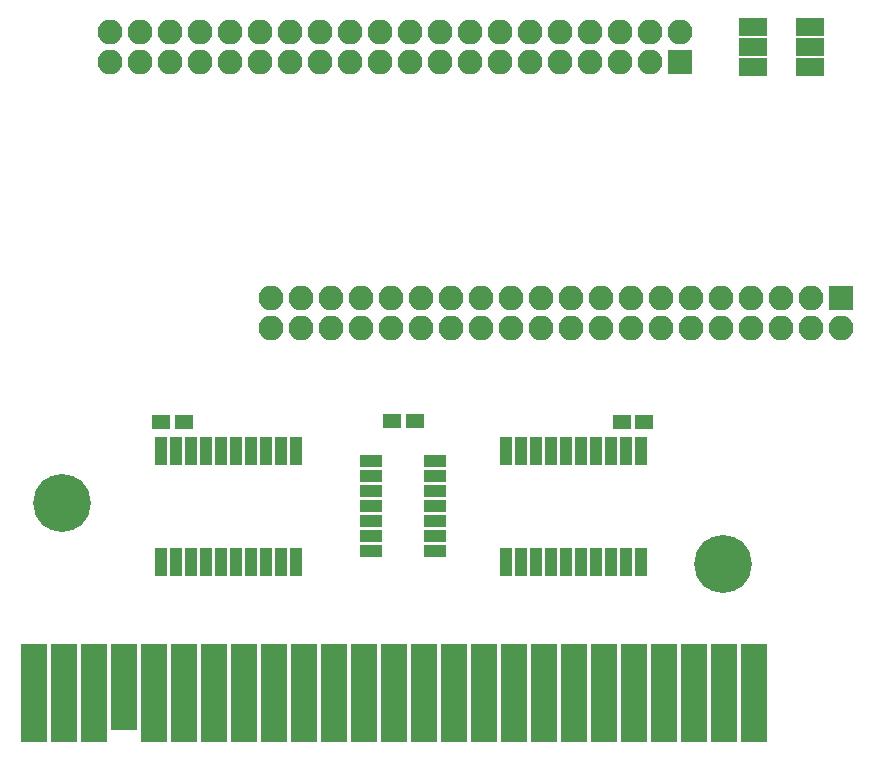
<source format=gbr>
G04 #@! TF.FileFunction,Soldermask,Top*
%FSLAX46Y46*%
G04 Gerber Fmt 4.6, Leading zero omitted, Abs format (unit mm)*
G04 Created by KiCad (PCBNEW 4.0.7) date 11/27/18 00:25:29*
%MOMM*%
%LPD*%
G01*
G04 APERTURE LIST*
%ADD10C,0.100000*%
%ADD11C,4.900000*%
%ADD12R,2.200000X8.400000*%
%ADD13R,2.200000X7.400000*%
%ADD14R,2.100000X2.100000*%
%ADD15O,2.100000X2.100000*%
%ADD16R,1.600000X1.150000*%
%ADD17R,2.400000X1.500000*%
%ADD18R,1.000000X2.350000*%
%ADD19R,1.900000X1.000000*%
G04 APERTURE END LIST*
D10*
D11*
X185333640Y-98897440D03*
D12*
X187949840Y-109827440D03*
X185409840Y-109827440D03*
X182869840Y-109827440D03*
X180329840Y-109827440D03*
X177789840Y-109827440D03*
X175249840Y-109827440D03*
X172709840Y-109827440D03*
X170169840Y-109827440D03*
X167629840Y-109827440D03*
X165089840Y-109827440D03*
X162549840Y-109827440D03*
X160009840Y-109827440D03*
X157469840Y-109827440D03*
X154929840Y-109827440D03*
X152389840Y-109827440D03*
X149849840Y-109827440D03*
X147309840Y-109827440D03*
X144769840Y-109827440D03*
X142229840Y-109827440D03*
X139689840Y-109827440D03*
X137149840Y-109827440D03*
D13*
X134604760Y-109334680D03*
D12*
X132069840Y-109827440D03*
X129529840Y-109827440D03*
X126989840Y-109827440D03*
D11*
X129334260Y-93695520D03*
D14*
X181737000Y-56388000D03*
D15*
X181737000Y-53848000D03*
X179197000Y-56388000D03*
X179197000Y-53848000D03*
X176657000Y-56388000D03*
X176657000Y-53848000D03*
X174117000Y-56388000D03*
X174117000Y-53848000D03*
X171577000Y-56388000D03*
X171577000Y-53848000D03*
X169037000Y-56388000D03*
X169037000Y-53848000D03*
X166497000Y-56388000D03*
X166497000Y-53848000D03*
X163957000Y-56388000D03*
X163957000Y-53848000D03*
X161417000Y-56388000D03*
X161417000Y-53848000D03*
X158877000Y-56388000D03*
X158877000Y-53848000D03*
X156337000Y-56388000D03*
X156337000Y-53848000D03*
X153797000Y-56388000D03*
X153797000Y-53848000D03*
X151257000Y-56388000D03*
X151257000Y-53848000D03*
X148717000Y-56388000D03*
X148717000Y-53848000D03*
X146177000Y-56388000D03*
X146177000Y-53848000D03*
X143637000Y-56388000D03*
X143637000Y-53848000D03*
X141097000Y-56388000D03*
X141097000Y-53848000D03*
X138557000Y-56388000D03*
X138557000Y-53848000D03*
X136017000Y-56388000D03*
X136017000Y-53848000D03*
X133477000Y-56388000D03*
X133477000Y-53848000D03*
D14*
X195326000Y-76327000D03*
D15*
X195326000Y-78867000D03*
X192786000Y-76327000D03*
X192786000Y-78867000D03*
X190246000Y-76327000D03*
X190246000Y-78867000D03*
X187706000Y-76327000D03*
X187706000Y-78867000D03*
X185166000Y-76327000D03*
X185166000Y-78867000D03*
X182626000Y-76327000D03*
X182626000Y-78867000D03*
X180086000Y-76327000D03*
X180086000Y-78867000D03*
X177546000Y-76327000D03*
X177546000Y-78867000D03*
X175006000Y-76327000D03*
X175006000Y-78867000D03*
X172466000Y-76327000D03*
X172466000Y-78867000D03*
X169926000Y-76327000D03*
X169926000Y-78867000D03*
X167386000Y-76327000D03*
X167386000Y-78867000D03*
X164846000Y-76327000D03*
X164846000Y-78867000D03*
X162306000Y-76327000D03*
X162306000Y-78867000D03*
X159766000Y-76327000D03*
X159766000Y-78867000D03*
X157226000Y-76327000D03*
X157226000Y-78867000D03*
X154686000Y-76327000D03*
X154686000Y-78867000D03*
X152146000Y-76327000D03*
X152146000Y-78867000D03*
X149606000Y-76327000D03*
X149606000Y-78867000D03*
X147066000Y-76327000D03*
X147066000Y-78867000D03*
D16*
X137800000Y-86868000D03*
X139700000Y-86868000D03*
X178684000Y-86868000D03*
X176784000Y-86868000D03*
X159258000Y-86741000D03*
X157358000Y-86741000D03*
D17*
X187884000Y-53418000D03*
X187884000Y-55118000D03*
X187884000Y-56818000D03*
X192684000Y-56818000D03*
X192684000Y-55118000D03*
X192684000Y-53418000D03*
D18*
X137795000Y-98680000D03*
X139065000Y-98680000D03*
X140335000Y-98680000D03*
X141605000Y-98680000D03*
X142875000Y-98680000D03*
X144145000Y-98680000D03*
X145415000Y-98680000D03*
X146685000Y-98680000D03*
X147955000Y-98680000D03*
X149225000Y-98680000D03*
X149225000Y-89280000D03*
X147955000Y-89280000D03*
X146685000Y-89280000D03*
X145415000Y-89280000D03*
X144145000Y-89280000D03*
X142875000Y-89280000D03*
X141605000Y-89280000D03*
X140335000Y-89280000D03*
X139065000Y-89280000D03*
X137795000Y-89280000D03*
D19*
X155542000Y-90170000D03*
X155542000Y-91440000D03*
X155542000Y-92710000D03*
X155542000Y-93980000D03*
X155542000Y-95250000D03*
X155542000Y-96520000D03*
X155542000Y-97790000D03*
X160942000Y-97790000D03*
X160942000Y-96520000D03*
X160942000Y-95250000D03*
X160942000Y-93980000D03*
X160942000Y-92710000D03*
X160942000Y-91440000D03*
X160942000Y-90170000D03*
D18*
X167005000Y-98680000D03*
X168275000Y-98680000D03*
X169545000Y-98680000D03*
X170815000Y-98680000D03*
X172085000Y-98680000D03*
X173355000Y-98680000D03*
X174625000Y-98680000D03*
X175895000Y-98680000D03*
X177165000Y-98680000D03*
X178435000Y-98680000D03*
X178435000Y-89280000D03*
X177165000Y-89280000D03*
X175895000Y-89280000D03*
X174625000Y-89280000D03*
X173355000Y-89280000D03*
X172085000Y-89280000D03*
X170815000Y-89280000D03*
X169545000Y-89280000D03*
X168275000Y-89280000D03*
X167005000Y-89280000D03*
M02*

</source>
